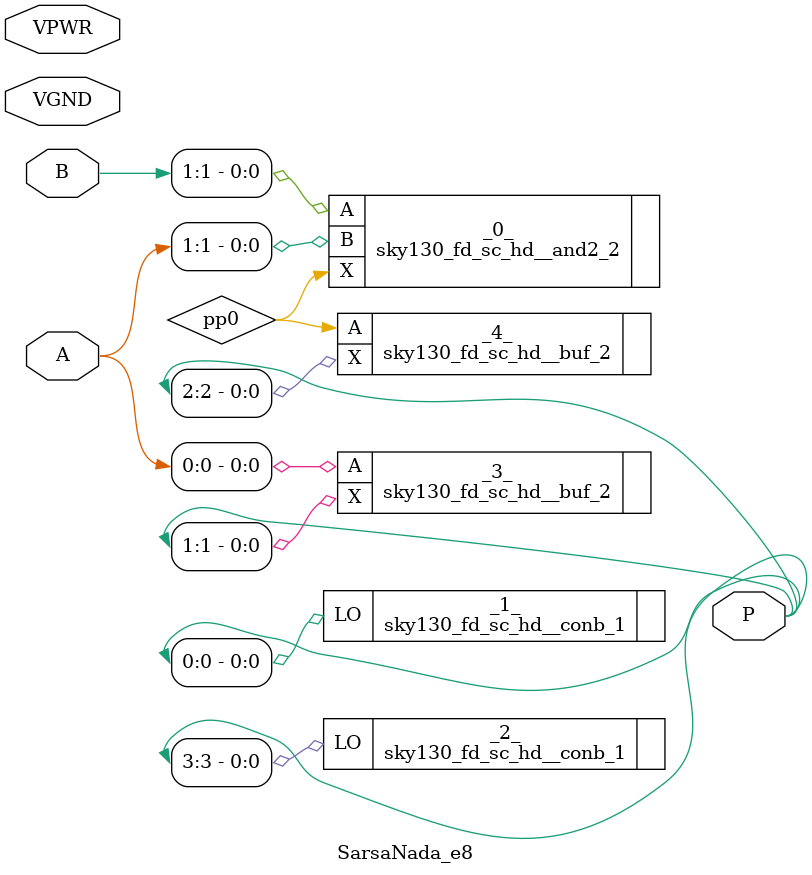
<source format=v>
module SarsaNada_e8 (A,
    B,
    P,
    VPWR,
    VGND);
 input [1:0] A;
 input [1:0] B;
 output [3:0] P;
 inout VPWR;
 inout VGND;

 wire pp0;

 sky130_fd_sc_hd__and2_2 _0_ (.A(B[1]),
    .B(A[1]),
    .X(pp0));
 sky130_fd_sc_hd__conb_1 _1_ (.LO(P[0]));
 sky130_fd_sc_hd__conb_1 _2_ (.LO(P[3]));
 sky130_fd_sc_hd__buf_2 _3_ (.A(A[0]),
    .X(P[1]));
 sky130_fd_sc_hd__buf_2 _4_ (.A(pp0),
    .X(P[2]));
 sky130_fd_sc_hd__decap_3 PHY_EDGE_ROW_0_Right_0 ();
 sky130_fd_sc_hd__decap_3 PHY_EDGE_ROW_1_Right_1 ();
 sky130_fd_sc_hd__decap_3 PHY_EDGE_ROW_2_Right_2 ();
 sky130_fd_sc_hd__decap_3 PHY_EDGE_ROW_3_Right_3 ();
 sky130_fd_sc_hd__decap_3 PHY_EDGE_ROW_4_Right_4 ();
 sky130_fd_sc_hd__decap_3 PHY_EDGE_ROW_5_Right_5 ();
 sky130_fd_sc_hd__decap_3 PHY_EDGE_ROW_6_Right_6 ();
 sky130_fd_sc_hd__decap_3 PHY_EDGE_ROW_7_Right_7 ();
 sky130_fd_sc_hd__decap_3 PHY_EDGE_ROW_8_Right_8 ();
 sky130_fd_sc_hd__decap_3 PHY_EDGE_ROW_9_Right_9 ();
 sky130_fd_sc_hd__decap_3 PHY_EDGE_ROW_0_Left_10 ();
 sky130_fd_sc_hd__decap_3 PHY_EDGE_ROW_1_Left_11 ();
 sky130_fd_sc_hd__decap_3 PHY_EDGE_ROW_2_Left_12 ();
 sky130_fd_sc_hd__decap_3 PHY_EDGE_ROW_3_Left_13 ();
 sky130_fd_sc_hd__decap_3 PHY_EDGE_ROW_4_Left_14 ();
 sky130_fd_sc_hd__decap_3 PHY_EDGE_ROW_5_Left_15 ();
 sky130_fd_sc_hd__decap_3 PHY_EDGE_ROW_6_Left_16 ();
 sky130_fd_sc_hd__decap_3 PHY_EDGE_ROW_7_Left_17 ();
 sky130_fd_sc_hd__decap_3 PHY_EDGE_ROW_8_Left_18 ();
 sky130_fd_sc_hd__decap_3 PHY_EDGE_ROW_9_Left_19 ();
 sky130_fd_sc_hd__tapvpwrvgnd_1 TAP_TAPCELL_ROW_0_20 ();
 sky130_fd_sc_hd__tapvpwrvgnd_1 TAP_TAPCELL_ROW_0_21 ();
 sky130_fd_sc_hd__tapvpwrvgnd_1 TAP_TAPCELL_ROW_1_22 ();
 sky130_fd_sc_hd__tapvpwrvgnd_1 TAP_TAPCELL_ROW_2_23 ();
 sky130_fd_sc_hd__tapvpwrvgnd_1 TAP_TAPCELL_ROW_3_24 ();
 sky130_fd_sc_hd__tapvpwrvgnd_1 TAP_TAPCELL_ROW_4_25 ();
 sky130_fd_sc_hd__tapvpwrvgnd_1 TAP_TAPCELL_ROW_5_26 ();
 sky130_fd_sc_hd__tapvpwrvgnd_1 TAP_TAPCELL_ROW_6_27 ();
 sky130_fd_sc_hd__tapvpwrvgnd_1 TAP_TAPCELL_ROW_7_28 ();
 sky130_fd_sc_hd__tapvpwrvgnd_1 TAP_TAPCELL_ROW_8_29 ();
 sky130_fd_sc_hd__tapvpwrvgnd_1 TAP_TAPCELL_ROW_9_30 ();
 sky130_fd_sc_hd__tapvpwrvgnd_1 TAP_TAPCELL_ROW_9_31 ();
endmodule

</source>
